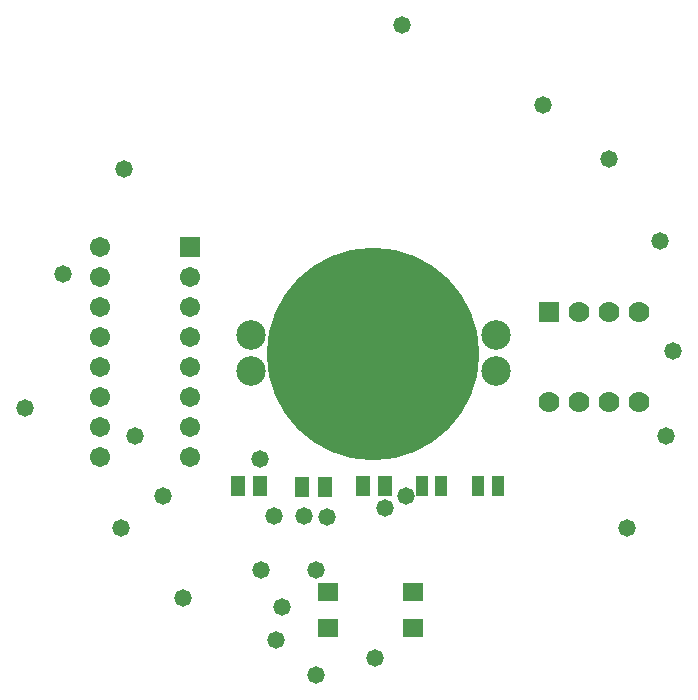
<source format=gbs>
G04*
G04 #@! TF.GenerationSoftware,Altium Limited,Altium Designer,18.1.11 (251)*
G04*
G04 Layer_Color=16711935*
%FSLAX25Y25*%
%MOIN*%
G70*
G01*
G75*
%ADD32R,0.04400X0.06500*%
%ADD33R,0.06706X0.06706*%
%ADD34C,0.06706*%
%ADD35R,0.07001X0.07001*%
%ADD36C,0.07001*%
%ADD37C,0.09855*%
%ADD38C,0.05800*%
%ADD48R,0.07099X0.06312*%
%ADD49R,0.04737X0.06509*%
%ADD50C,0.70879*%
D32*
X499000Y256000D02*
D03*
X492600Y256000D02*
D03*
X517900Y256000D02*
D03*
X511500Y256000D02*
D03*
D33*
X415500Y335500D02*
D03*
D34*
Y325500D02*
D03*
Y315500D02*
D03*
Y305500D02*
D03*
Y295500D02*
D03*
Y285500D02*
D03*
Y275500D02*
D03*
Y265500D02*
D03*
X385500D02*
D03*
Y275500D02*
D03*
Y285500D02*
D03*
Y295500D02*
D03*
Y305500D02*
D03*
Y315500D02*
D03*
Y325500D02*
D03*
Y335500D02*
D03*
D35*
X535000Y314000D02*
D03*
D36*
X545000D02*
D03*
X555000D02*
D03*
X565000D02*
D03*
Y284000D02*
D03*
X555000D02*
D03*
X545000D02*
D03*
X535000D02*
D03*
D37*
X517445Y294094D02*
D03*
Y306299D02*
D03*
X435555D02*
D03*
Y294094D02*
D03*
D38*
X457500Y228000D02*
D03*
X446000Y215500D02*
D03*
X453500Y246000D02*
D03*
X461000Y245500D02*
D03*
X443500Y246000D02*
D03*
X457500Y193000D02*
D03*
X439000Y228000D02*
D03*
X406500Y252500D02*
D03*
X413000Y218500D02*
D03*
X555000Y365000D02*
D03*
X533000Y383000D02*
D03*
X397000Y272500D02*
D03*
X480500Y248500D02*
D03*
X373000Y326500D02*
D03*
X360500Y282000D02*
D03*
X444000Y204500D02*
D03*
X487500Y252500D02*
D03*
X476018Y270500D02*
D03*
X438740Y264740D02*
D03*
X486000Y409500D02*
D03*
X393500Y361500D02*
D03*
X572000Y337500D02*
D03*
X576500Y301000D02*
D03*
X574000Y272500D02*
D03*
X561000Y242000D02*
D03*
X477000Y198500D02*
D03*
X392500Y242000D02*
D03*
D48*
X489673Y208594D02*
D03*
X461327D02*
D03*
X489673Y220406D02*
D03*
X461327D02*
D03*
D49*
X472956Y256000D02*
D03*
X480436Y256000D02*
D03*
X452760Y255629D02*
D03*
X460240D02*
D03*
X431260Y256000D02*
D03*
X438740D02*
D03*
D50*
X476500Y300000D02*
D03*
M02*

</source>
